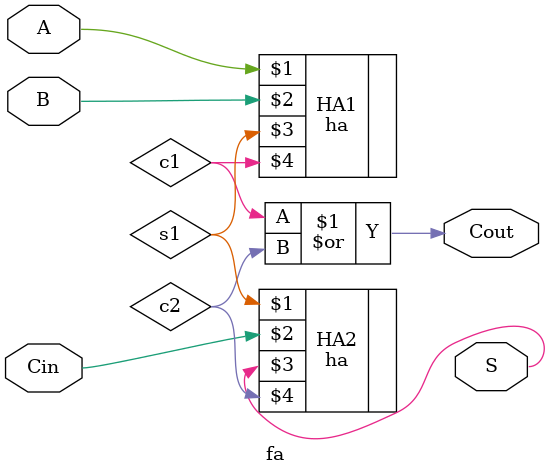
<source format=v>
module fa(
    input A,B,Cin,
    output S,Cout
    );
 wire s1,c1,c2;
 ha HA1(A,B,s1,c1);
 ha HA2(s1,Cin,S,c2);
 or OG1(Cout,c1,c2);

endmodule

</source>
